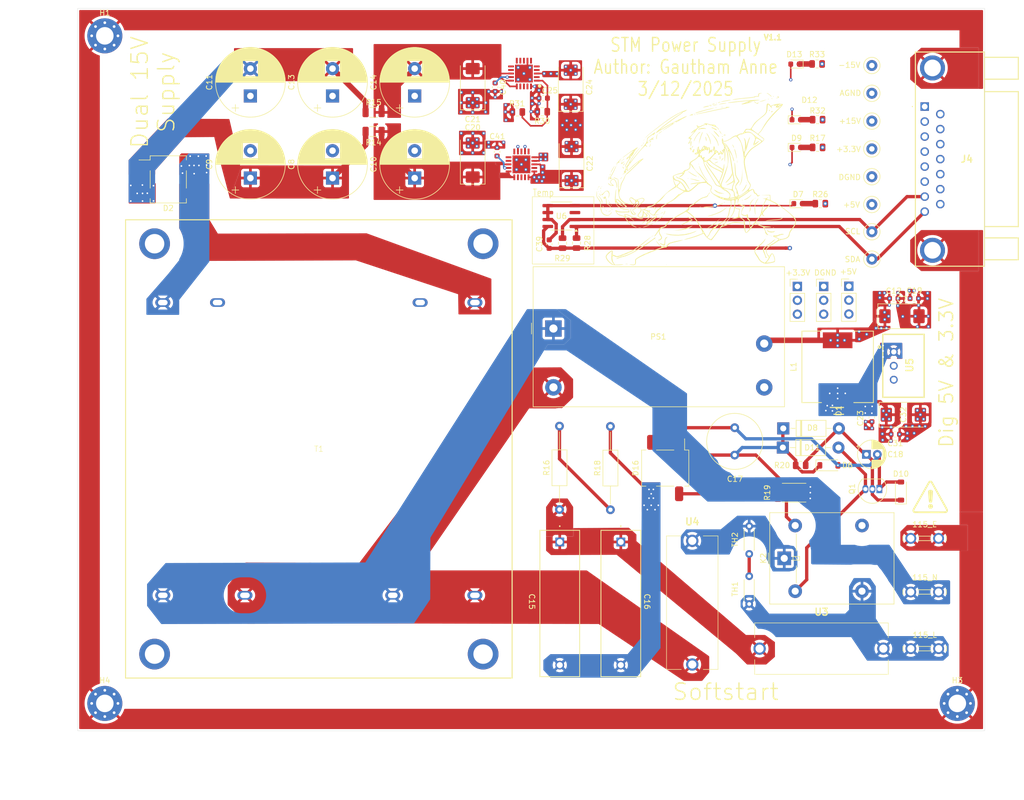
<source format=kicad_pcb>
(kicad_pcb (version 20241229) (generator "pcbnew") (generator_version "9.0")
  (layers (0 "F.Cu" signal) (4 "In1.Cu" signal) (6 "In2.Cu" signal) (2 "B.Cu" signal) (13 "F.Paste" user) (15 "B.Paste" user) (5 "F.SilkS" user "F.Silkscreen") (7 "B.SilkS" user "B.Silkscreen") (1 "F.Mask" user) (3 "B.Mask" user) (25 "Edge.Cuts" user))
  (net 0 "")
  (net 1 "/digital_5V")
  (net 2 "/digital_gnd")
  (net 3 "Net-(D2-+)")
  (net 4 "/analog{slash}piezo_gnd")
  (net 5 "/regulation/unreg+")
  (net 6 "Net-(D2--)")
  (net 7 "/regulation/unreg-")
  (net 8 "Net-(C15-Pad2)")
  (net 9 "Net-(C15-Pad1)")
  (net 10 "Net-(D11-K)")
  (net 11 "Net-(D10-A)")
  (net 12 "Net-(D10-K)")
  (net 13 "/digital_3V3")
  (net 14 "Net-(IC2-OUT_1)")
  (net 15 "/analog_15V")
  (net 16 "Net-(IC2-NR{slash}SS)")
  (net 17 "/analog_-15V")
  (net 18 "/Sec1+")
  (net 19 "/Sec2-")
  (net 20 "Net-(D7-A)")
  (net 21 "Net-(D9-A)")
  (net 22 "Net-(D11-A)")
  (net 24 "Net-(D16-Pad4)")
  (net 26 "/115_L")
  (net 28 "/Ctrl_OUT")
  (net 29 "/115_N")
  (net 30 "Net-(PS1-AC{slash}L)")
  (net 31 "Net-(R16-Pad2)")
  (net 32 "Net-(TH1-Pad2)")
  (net 33 "/115_E")
  (net 35 "/SDA")
  (net 36 "/SCL")
  (net 43 "Net-(IC1-NR)")
  (net 48 "Net-(D1-K)")
  (net 59 "Net-(D12-A)")
  (net 60 "Net-(D13-K)")
  (footprint "TestPoint:TestPoint_Loop_D1.80mm_Drill1.0mm_Beaded" (layer "F.Cu") (at 201.44 31.52 180)
    (property "Reference" "TP1" (hide yes))
    (property "Value" "TestPoint")
  )
  (footprint "B5819WSL-TP:SODFL2512X90N" (layer "F.Cu") (at 195.39 94.64)
    (property "Reference" "D1")
    (property "Value" "B5819WSL-TP" (hide yes))
  )
  (footprint "LittleFuseHolder5x20mm:0PTF0078P" (layer "F.Cu") (at 192.24 138.09 180)
    (property "Reference" "U3")
    (property "Value" "Fuse, 1A" (hide yes))
  )
  (footprint "B250SA_SLIM:P20_SO-DIL-Slim" (layer "F.Cu") (at 166.24 100.39 -90)
    (property "Reference" "D16")
    (property "Value" "B250S2A")
  )
  (footprint "Capacitor_Tantalum_SMD:CP_EIA-7343-31_Kemet-D" (layer "F.Cu") (at 206.94 77.34)
    (property "Reference" "C7")
    (property "Value" "10u")
  )
  (footprint "Capacitor_SMD:C_0603_1608Metric" (layer "F.Cu") (at 142.514999 64.164999 90)
    (property "Reference" "C39")
    (property "Value" "0.1u")
  )
  (footprint "TestPoint:TestPoint_Loop_D1.80mm_Drill1.0mm_Beaded" (layer "F.Cu") (at 201.44 36.6 180)
    (property "Reference" "TP2" (hide yes))
    (property "Value" "TestPoint" (hide yes))
  )
  (footprint "LED_SMD:LED_0603_1608Metric" (layer "F.Cu") (at 187.415 31.265 180)
    (property "Reference" "D13")
    (property "Value" "LED_Small")
  )
  (footprint "Diode_SMD:D_SOD-123" (layer "F.Cu") (at 193.59 104.59)
    (property "Reference" "D6")
    (property "Value" "24V")
  )
  (footprint "Resistor_SMD:R_0805_2012Metric" (layer "F.Cu") (at 144.944999 63.984999 90)
    (property "Reference" "R29")
    (property "Value" "2.7k")
  )
  (footprint "Capacitor_Tantalum_SMD:CP_EIA-7343-31_Kemet-D" (layer "F.Cu") (at 128.54 35.2025 90)
    (property "Reference" "C21")
    (property "Value" "10u")
  )
  (footprint "Capacitor_SMD:C_0603_1608Metric" (layer "F.Cu") (at 205.715 98.915)
    (property "Reference" "C31")
    (property "Value" "4.7u")
  )
  (footprint "Package_SO:SOIC-8_3.9x4.9mm_P1.27mm" (layer "F.Cu") (at 144.734999 59.034999 180)
    (property "Reference" "U6")
    (property "Value" "LM75C")
  )
  (footprint "TestPoint:TestPoint_Loop_D1.80mm_Drill1.0mm_Beaded" (layer "F.Cu") (at 201.44 51.84 180)
    (property "Reference" "TP5" (hide yes))
    (property "Value" "TestPoint")
  )
  (footprint "Diode_SMD:D_SOD-123" (layer "F.Cu") (at 206.74 109.29 90)
    (property "Reference" "D10")
    (property "Value" "12V")
  )
  (footprint "57457826:57457826" (layer "F.Cu") (at 211.095 39.026 90)
    (property "Reference" "J4")
    (property "Value" "5745782-6" (hide yes))
  )
  (footprint "Resistor_SMD:R_1206_3216Metric" (layer "F.Cu") (at 110.44 43.59)
    (property "Reference" "R14")
    (property "Value" "10")
  )
  (footprint "Capacitor_THT:C_Radial_D10.0mm_H12.5mm_P5.00mm" (layer "F.Cu") (at 176.39 102.715 90)
    (property "Reference" "C17")
    (property "Value" "100u")
  )
  (footprint "Resistor_SMD:R_0805_2012Metric" (layer "F.Cu") (at 188.44 104.59 180)
    (property "Reference" "R20")
    (property "Value" "56k")
  )
  (footprint "Capacitor_SMD:C_0603_1608Metric" (layer "F.Cu") (at 205.44 74.09)
    (property "Reference" "C12")
    (property "Value" "4.7u")
  )
  (footprint "Resistor_SMD:R_0805_2012Metric" (layer "F.Cu") (at 191.5275 41.415 180)
    (property "Reference" "R32")
    (property "Value" "1k")
  )
  (footprint "1287:KEYSTONE_1287" (layer "F.Cu") (at 211.08 127.74 180)
    (property "Reference" "J9" (hide yes))
    (property "Value" "1287")
  )
  (footprint "1287:KEYSTONE_1287" (layer "F.Cu") (at 211.09 117.94)
    (property "Reference" "J8" (hide yes))
    (property "Value" "1287")
  )
  (footprint "Capacitor_SMD:C_0603_1608Metric" (layer "F.Cu") (at 141.415 37.49)
    (property "Reference" "C25")
    (property "Value" "10n")
  )
  (footprint "Capacitor_Tantalum_SMD:CP_EIA-7343-31_Kemet-D" (layer "F.Cu") (at 146.44 35.49 90)
    (property "Reference" "C24")
    (property "Value" "47u")
  )
  (footprint "Connector_PinHeader_2.54mm:PinHeader_1x03_P2.54mm_Vertical" (layer "F.Cu") (at 192.64 71.89)
    (property "Reference" "J3" (hide yes))
    (property "Value" "Conn_01x03_Pin")
  )
  (footprint "Capacitor_THT:CP_Radial_D12.5mm_P5.00mm_+Better" (layer "F.Cu") (at 117.94 52.09 90)
    (property "Reference" "C10")
    (property "Value" "1000u")
  )
  (footprint "Diode_THT:D_DO-41_SOD81_P10.16mm_Horizontal" (layer "F.Cu") (at 185.26 97.84)
    (property "Reference" "D8")
    (property "Value" "1N4001")
  )
  (footprint "Converter_ACDC:Converter_ACDC_MeanWell_IRM-10-xx_THT" (layer "F.Cu") (at 143.2825 79.59)
    (property "Reference" "PS1")
    (property "Value" "IRM-10-5")
  )
  (footprint "Resistor_THT:R_Axial_DIN0204_L3.6mm_D1.6mm_P5.08mm_Horizontal" (layer "F.Cu") (at 179.04 129.93 90)
    (property "Reference" "TH1")
    (property "Value" "10")
  )
  (footprint "TPS7A3301RGWR:QFN65P500X500X100-21N-D" (layer "F.Cu") (at 137.89 32.99 180)
    (property "Reference" "IC2" (hide yes))
    (property "Value" "TPS7A3301RGWR" (hide yes))
  )
  (footprint "SRR1280_3R3Y:IND_BOURNS_SRR1280" (layer "F.Cu") (at 195.19 86.59 -90)
    (property "Reference" "L1")
    (property "Value" "3.3u")
  )
  (footprint "TestPoint:TestPoint_Loop_D1.80mm_Drill1.0mm_Beaded" (layer "F.Cu") (at 201.44 56.92 180)
    (property "Reference" "TP6" (hide yes))
    (property "Value" "TestPoint")
  )
  (footprint "Capacitor_THT:CP_Radial_D12.5mm_P5.00mm_+Better" (layer "F.Cu") (at 87.94 37.09 90)
    (property "Reference" "C11")
    (property "Value" "1500u")
  )
  (footprint "Resistor_SMD:R_0805_2012Metric" (layer "F.Cu") (at 191.44 31.24)
    (property "Reference" "R33")
    (property "Value" "1k")
  )
  (footprint "Resistor_SMD:R_0805_2012Metric" (layer "F.Cu") (at 147.504999 63.974999 90)
    (property "Reference" "R28")
    (property "Value" "2.7k")
  )
  (footprint "Package_TO_SOT_THT:TO-92_Inline" (layer "F.Cu") (at 202.81 108.93 180)
    (property "Reference" "Q1")
    (property "Value" "2N7000")
  )
  (footprint "Capacitor_SMD:C_0603_1608Metric" (layer "F.Cu") (at 132.64 35.49 -90)
    (property "Reference" "C40")
    (property "Value" "1u")
  )
  (footprint "LOGO" (layer "F.Cu") (at 167.721344 52.288146)
    (property "Reference" "G***" (hide yes))
    (property "Value" "LOGO" (hide yes))
  )
  (footprint "TestPoint:TestPoint_Loop_D1.80mm_Drill1.0mm_Beaded" (layer "F.Cu") (at 201.44 41.68 180)
    (property "Reference" "TP3" (hide yes))
    (property "Value" "TestPoint")
  )
  (footprint "LOGO" (layer "F.Cu") (at 212.1 110.35)
    (property "Reference" "G***" (hide yes))
    (property "Value" "LOGO" (hide yes))
  )
  (footprint "Capacitor_THT:CP_Radial_D12.5mm_P5.00mm_+Better" (layer "F.Cu") (at 117.94 37.09 90)
    (property "Reference" "C14")
    (property "Value" "1000u")
  )
  (footprint "Capacitor_THT:CP_Radial_D5.0mm_P2.00mm" (layer "F.Cu") (at 200.44 102.59)
    (property "Reference" "C18")
    (property "Value" "10u")
  )
  (footprint "Resistor_THT:R_Axial_DIN0207_L6.3mm_D2.5mm_P15.24mm_Horizontal" (layer "F.Cu") (at 144.39 112.66 90)
    (property "Reference" "R16")
    (property "Value" "470k")
  )
  (footprint "Resistor_SMD:R_0805_2012Metric" (layer "F.Cu") (at 191.5275 46.49 180)
    (property "Reference" "R17")
    (property "Value" "100")
  )
  (footprint "Capacitor_Tantalum_SMD:CP_EIA-7343-31_Kemet-D" (layer "F.Cu") (at 128.54 48.79 90)
    (property "Reference" "C20")
    (property "Value" "10u")
  )
  (footprint "LED_SMD:LED_0603_1608Metric" (layer "F.Cu") (at 187.6525 41.44)
    (property "Reference" "D12")
    (property "Value" "LED_Small")
  )
  (footprint "Capacitor_SMD:C_0603_1608Metric" (layer "F.Cu") (at 201.44 95.84 -90)
    (property "Reference" "C23")
    (property "Value" "4.7u")
  )
  (footprint "Resistor_SMD:R_2512_6332Metric" (layer "F.Cu") (at 187.24 109.59 180)
    (property "Reference" "R19")
    (property "Value" "220/1W")
  )
  (footprint "Capacitor_THT:CP_Radial_D12.5mm_P5.00mm_+Better" (layer "F.Cu") (at 102.94 37.09 90)
    (property "Reference" "C13")
    (property "Value" "1500u")
  )
  (footprint "TSR-0.5-2433:TSR-0.5-2433" (layer "F.Cu") (at 203.44 80.6515 -90)
    (property "Reference" "U5")
    (property "Value" "traco_TSR_0.5-2433" (hide yes))
  )
  (footprint "Resistor_THT:R_Axial_DIN0207_L6.3mm_D2.5mm_P15.24mm_Horizontal" (layer "F.Cu") (at 153.69 112.71 90)
    (property "Reference" "R18")
    (property "Value" "470k")
  )
  (footprint "LED_SMD:LED_0603_1608Metric" (layer "F.Cu") (at 187.9775 56.765)
    (property "Reference" "D7")
    (property "Value" "LED_Small")
  )
  (footprint "Capacitor_Tantalum_SMD:CP_EIA-7343-31_Kemet-D" (layer "F.Cu") (at 146.59 49.44 90)
    (property "Reference" "C22")
    (property "Value" "47u")
  )
  (footprint "Resistor_SMD:R_0805_2012Metric" (layer "F.Cu") (at 141.24 39.965 180)
    (property "Reference" "R30")
    (property "Value" "1.24M")
  )
  (footprint "Connector_PinHeader_2.54mm:PinHeader_1x03_P2.54mm_Vertical" (layer "F.Cu") (at 197.24 71.865)
    (property "Reference" "J2" (hide yes))
    (property "Value" "Conn_01x03_Pin")
  )
  (footprint "MountingHole:MountingHole_3.2mm_M3_Pad_Via" (layer "F.Cu") (at 61.35 26.1)
    (property "Reference" "H1")
    (property "Value" "MountingHole_Pad")
  )
  (footprint "Capacitor_THT:CP_Radial_D12.5mm_P5.00mm_+Better" (layer "F.Cu") (at 102.94 52.09 90)
    (property "Reference" "C8")
    (property "Value" "1500u")
  )
  (footprint "Resistor_SMD:R_1206_3216Metric" (layer "F.Cu") (at 110.44 40.09)
    (property "Reference" "R15")
    (property "Value" "10")
  )
  (footprint "Resistor_SMD:R_0805_2012Metric" (layer "F.Cu") (at 136.69 40.015)
    (property "Reference" "R31")
    (property "Value" "105k")
  )
  (footprint "X2_470n:CAP_R46KN347000N0M_KEM" (layer "F.Cu") (at 155.59 118.5956 -90)
    (property "Reference" "C16")
    (property "Value" "470n")
  )
  (footprint "Relay_THT:Relay_SPDT_Omron-G5LE-1" (layer "F.Cu") (at 185.44 121.59 90)
    (property "Reference" "K2")
    (property "Value" "G5LE-1")
  )
  (footprint "Capacitor_THT:CP_Radial_D12.5mm_P5.00mm_+Better" (layer "F.Cu") (at 87.94 52.09 90)
    (property "Reference" "C9")
    (property "Value" "1500u")
  )
  (footprint "TestPoint:TestPoint_Loop_D1.80mm_Drill1.0mm_Beaded" (layer "F.Cu") (at 201.447 61.903 180)
    (property "Reference" "TP7" (hide yes))
    (property "Value" "TestPoint")
  )
  (footprint "TestPoint:TestPoint_Loop_D1.80mm_Drill1.0mm_Beaded" (layer "F.Cu") (at 201.447 66.903 180)
    (property "Reference" "TP8" (hide yes))
    (property "Value" "TestPoint")
  )
  (footprint "Resistor_THT:R_Axial_DIN0204_L3.6mm_D1.6mm_P5.08mm_Horizontal" (layer "F.Cu") (at 179.04 120.78 90)
    (property "Reference" "TH2")
    (property "Value" "10")
  )
  (footprint "X2_470n:CAP_R46KN347000N0M_KEM" (layer "F.Cu") (at 144.44 118.5956 -90)
    (property "Reference" "C15")
    (property "Value" "470n")
  )
  (footprint "B250SA_SLIM:P20_SO-DIL-Slim" (layer "F.Cu") (at 68.24 49.79)
    (property "Reference" "D2")
    (property "Value" "B250S2A")
  )
  (footprint "LED_SMD:LED_0603_1608Metric" (layer "F.Cu") (at 187.6525 46.49)
    (property "Reference" "D9")
    (property "Value" "LED_Small")
  )
  (footprint "FLN_40_18:FLN_40_18" (layer "F.Cu") (at 100.44 101.59)
    (property "Reference" "T1")
    (property "Value" "~")
  )
  (footprint "LittleFuseHolder5x20mm:0PTF0078P" (layer "F.Cu") (at 168.64 129.69 -90)
    (property "Reference" "U4")
    (property "Value" "Fuse, 5A" (hide yes))
  )
  (footprint "TestPoint:TestPoint_Loop_D1.80mm_Drill1.0mm_Beaded" (layer "F.Cu") (at 201.44 46.76 180)
    (property "Reference" "TP4" (hide yes))
    (property "Value" "TestPoint")
  )
  (footprint "Connector_PinHeader_2.54mm:PinHeader_1x03_P2.54mm_Vertical" (layer "F.Cu") (at 187.84 71.89)
    (property "Reference" "J1" (hide yes))
    (property "Value" "Conn_01x03_Pin")
  )
  (footprint "MountingHole:MountingHole_3.2mm_M3_Pad_Via" (layer "F.Cu") (at 61.35 148.1)
    (property "Reference" "H4")
    (property "Value" "MountingHole_Pad")
  )
  (footprint "TPS7A4700RGWR:QFN65P500X500X100-21N-D" (layer "F.Cu") (at 137.44 49.59 180)
    (property "Reference" "IC1" (hide yes))
    (property "Value" "TPS7A4700RGWR" (hide yes))
  )
  (footprint "Capacitor_SMD:C_0603_1608Metric" (layer "F.Cu") (at 209.19 74.09)
    (property "Reference" "C19")
    (property "Value" "4.7u")
  )
  (footprint "Resistor_SMD:R_0805_2012Metric" (layer "F.Cu") (at 192.0275 56.765 180)
    (property "Reference" "R26")
    (property "Value" "100")
  )
  (footprint "MountingHole:MountingHole_3.2mm_M3_Pad_Via" (layer "F.Cu") (at 217.05 148.1)
    (property "Reference" "H3")
    (property "Value" "MountingHole_Pad")
  )
  (footprint "Diode_THT:D_DO-41_SOD81_P10.16mm_Horizontal" (layer "F.Cu") (at 185.185 101.34)
    (property "Reference" "D11")
    (property "Value" "1N4001")
  )
  (footprint "Capacitor_SMD:C_0603_1608Metric" (layer "F.Cu") (at 132.99 47.29 90)
    (property "Reference" "C41")
    (property "Value" "1u")
  )
  (footprint "Capacitor_Tantalum_SMD:CP_EIA-7343-31_Kemet-D" (layer "F.Cu") (at 207.19 95.34)
    (property "Reference" "C32")
    (property "Value" "10u")
  )
  (footprint "1287:KEYSTONE_1287" (layer "F.Cu") (at 211.1 138.09)
    (property "Reference" "J7" (hide yes))
    (property "Value" "1287")
  )
  (gr_rect (start 139.424999 55.504999) (end 150.674999 67.804999) (stroke (width 0.1)) (fill no) (layer "F.SilkS"))
  (gr_rect (start 56.37 21.09) (end 222.05 153.09) (stroke (width 0.05)) (fill no) (layer "Edge.Cuts"))
  (gr_text "Temp" (at 139.424999 55.504999 0) (layer "F.SilkS") (effects (font (size 1.25 1) (thickness 0.125) (bold yes)) (justify left bottom)))
  (gr_text "SDA" (at 197.915 66.94 0) (layer "F.SilkS") (effects (font (size 1 1))))
  (gr_text "Softstart" (at 174.74 145.99 0) (layer "F.SilkS") (effects (font (size 3 3) (thickness 0.254))))
  (gr_text "+15V" (at 197.44 41.665 0) (layer "F.SilkS") (effects (font (size 1 1))))
  (gr_text "SCL" (at 197.94 61.84 0) (layer "F.SilkS") (effects (font (size 1 1))))
  (gr_text "115_L" (at 211.1 135.59 0) (layer "F.SilkS") (effects (font (size 1 1))))
  (gr_text "V1.1" (at 183.34 26.39 0) (layer "F.SilkS") (effects (font (size 1 1) (thickness 0.25))))
  (gr_text "Dig 5V & 3.3V\n" (at 215.04 87.665 90) (layer "F.SilkS") (effects (font (size 2.5 2.5) (thickness 0.254))))
  (gr_text "DGND" (at 197.39 51.94 0) (layer "F.SilkS") (effects (font (size 1 1))))
  (gr_text "-15V" (at 197.34 31.44 0) (layer "F.SilkS") (effects (font (size 1 1))))
  (gr_text "STM Power Supply\nAuthor: Gautham Anne\n3/12/2025\n\n" (at 167.44 33.79 0) (layer "F.SilkS") (effects (font (size 2.5 2) (thickness 0.254))))
  (gr_text "Dual 15V\nSupply" (at 70.15 36.4 90) (layer "F.SilkS") (effects (font (size 3 3) (thickness 0.254))))
  (gr_text "DGND" (at 192.94 69.39 0) (layer "F.SilkS") (effects (font (size 1 1))))
  (gr_text "115_E" (at 211.09 115.39 0) (layer "F.SilkS") (effects (font (size 1 1))))
  (gr_text "115_N" (at 211.14 125.09 0) (layer "F.SilkS") (effects (font (size 1 1))))
  (gr_text "AGND" (at 197.515 36.565 0) (layer "F.SilkS") (effects (font (size 1 1))))
  (gr_text "+5V" (at 197.14 69.19 0) (layer "F.SilkS") (effects (font (size 1 1))))
  (gr_text "+3.3V" (at 197.19 46.815 0) (layer "F.SilkS") (effects (font (size 1 1))))
  (gr_text "+5V" (at 197.74 56.965 0) (layer "F.SilkS") (effects (font (size 1 1))))
  (gr_text "+3.3V" (at 187.94 69.39 0) (layer "F.SilkS") (effects (font (size 1 1))))
  (segment (start 182.3825 81.74) (end 195.1886 81.74) (width 1) (layer "F.Cu") (net 1))
  (segment (start 181.7825 82.34) (end 182.3825 81.74) (width 1) (layer "F.Cu") (net 1))
  (segment (start 195.1886 81.74) (end 195.19 81.7386) (width 1) (layer "F.Cu") (net 1))
  (via (at 209.115 72.665) (size 0.6) (drill 0.3) (layers "F.Cu" "B.Cu") (net 1))
  (via (at 204.64 75.29) (size 0.6) (drill 0.3) (layers "F.Cu" "B.Cu") (net 1))
  (via (at 202.89 73.09) (size 0.6) (drill 0.3) (layers "F.Cu" "B.Cu") (net 1))
  (via (at 193.915 81.74) (size 0.6) (drill 0.3) (layers "F.Cu" "B.Cu") (net 1))
  (via (at 196.44 81.74) (size 0.6) (drill 0.3) (layers "F.Cu" "B.Cu") (net 1))
  (via (at 203.765 76.615) (size 0.6) (drill 0.3) (layers "F.Cu" "B.Cu") (net 1))
  (via (at 204.49 77.34) (size 0.6) (drill 0.3) (layers "F.Cu" "B.Cu") (net 1))
  (via (at 202.89 73.94) (size 0.6) (drill 0.3) (layers "F.Cu" "B.Cu") (net 1))
  (via (at 199.115 80.14) (size 0.6) (drill 0.3) (layers "F.Cu" "B.Cu") (net 1))
  (via (at 199.14 81.54) (size 0.6) (drill 0.3) (layers "F.Cu" "B.Cu") (net 1))
  (via (at 195.19 81.7386) (size 0.6) (drill 0.3) (layers "F.Cu" "B.Cu") (net 1))
  (via (at 203.15 79.53) (size 0.6) (drill 0.3) (layers "F.Cu" "B.Cu") (net 1))
  (via (at 204.1 79.51) (size 0.6) (drill 0.3) (layers "F.Cu" "B.Cu") (net 1))
  (via (at 202.2 79.52) (size 0.6) (drill 0.3) (layers "F.Cu" "B.Cu") (net 1))
  (via (at 203.74 73.09) (size 0.6) (drill 0.3) (layers "F.Cu" "B.Cu") (net 1))
  (via (at 195.19 82.74) (size 0.6) (drill 0.3) (layers "F.Cu" "B.Cu") (net 1))
  (via (at 195.19 80.79) (size 0.6) (drill 0.3) (layers "F.Cu" "B.Cu") (net 1))
  (via (at 203.79 77.94) (size 0.6) (drill 0.3) (layers "F.Cu" "B.Cu") (net 1))
  (via (at 192.94 56.765) (size 0.8) (drill 0.4) (layers "F.Cu" "B.Cu") (net 1))
  (via (at 204.665 74.09) (size 0.6) (drill 0.3) (layers "F.Cu" "B.Cu") (net 1))
  (via (at 208.265 72.665) (size 0.6) (drill 0.3) (layers "F.Cu" "B.Cu") (net 1))
  (via (at 208.415 74.09) (size 0.6) (drill 0.3) (layers "F.Cu" "B.Cu") (net 1))
  (via (at 200.49 80.64) (size 0.6) (drill 0.3) (layers "F.Cu" "B.Cu") (net 1))
  (segment (start 142.259999 57.129999) (end 142.259999 59.669999) (width 0.6) (layer "F.Cu") (net 2))
  (segment (start 143.785999 62.118999) (end 143.785999 60.495477) (width 0.6) (layer "F.Cu") (net 2))
  (segment (start 172.785002 57.14) (end 186.815 57.14) (width 0.3) (layer "F.Cu") (net 2))
  (segment (start 172.775001 57.129999) (end 147.209999 57.129999) (width 0.6) (layer "F.Cu") (net 2))
  (segment (start 147.209999 57.129999) (end 142.259999 57.129999) (width 0.6) (layer "F.Cu") (net 2))
  (segment (start 142.960521 59.669999) (end 142.259999 59.669999) (width 0.6) (layer "F.Cu") (net 2))
  (segment (start 186.865 49.24) (end 186.865 46.49) (width 0.3) (layer "F.Cu") (net 2))
  (segment (start 143.785999 60.495477) (end 142.960521 59.669999) (width 0.6) (layer "F.Cu") (net 2))
  (segment (start 172.775001 57.129999) (end 172.785002 57.14) (width 0.3) (layer "F.Cu") (net 2))
  (segment (start 142.514999 63.389999) (end 143.785999 62.118999) (width 0.6) (layer "F.Cu") (net 2))
  (segment (start 186.49 49.615) (end 186.865 49.24) (width 0.3) (layer "F.Cu") (net 2))
  (segment (start 186.815 57.14) (end 187.19 56.765) (width 0.3) (layer "F.Cu") (net 2))
  (via (at 210.89 96.14) (size 0.6) (drill 0.3) (layers "F.Cu" "B.Cu") (net 2))
  (via (at 209.79 96.14) (size 0.6) (drill 0.3) (layers "F.Cu" "B.Cu") (net 2))
  (via (at 206.215 74.09) (size 0.6) (drill 0.3) (layers "F.Cu" "B.Cu") (net 2))
  (via (at 211.165 97.465) (size 0.6) (drill 0.3) (layers "F.Cu" "B.Cu") (net 2))
  (via (at 210.94 94.54) (size 0.6) (drill 0.3) (layers "F.Cu" "B.Cu") (net 2))
  (via (at 206.215 73.065) (size 0.6) (drill 0.3) (layers "F.Cu" "B.Cu") (net 2))
  (via (at 172.775001 57.129999) (size 0.8) (drill 0.4) (layers "F.Cu" "B.Cu") (net 2))
  (via (at 211.59 74.115) (size 0.6) (drill 0.3) (layers "F.Cu" "B.Cu") (net 2))
  (via (at 206.19 75.415) (size 0.6) (drill 0.3) (layers "F.Cu" "B.Cu") (net 2))
  (via (at 209.965 75.34) (size 0.6) (drill 0.3) (layers "F.Cu" "B.Cu") (net 2))
  (via (at 211.74 77.34) (size 0.6) (drill 0.3) (layers "F.Cu" "B.Cu") (net 2))
  (via (at 207.915 99.69) (size 0.6) (drill 0.3) (layers "F.Cu" "B.Cu") (net 2))
  (via (at 210.3025 95.34) (size 0.6) (drill 0.3) (layers "F.Cu" "B.Cu") (net 2))
  (via (at 200.34 97.715) (size 0.6) (drill 0.3) (layers "F.Cu" "B.Cu") (net 2))
  (via (at 210.115 97.465) (size 0.6) (drill 0.3) (layers "F.Cu" "B.Cu") (net 2))
  (via (at 211.615 73.115) (size 0.6) (drill 0.3) (layers "F.Cu" "B.Cu") (net 2))
  (via (at 208.865 97.465) (size 0.6) (drill 0.3) (layers "F.Cu" "B.Cu") (net 2))
  (via (at 206.49 98.915) (size 0.6) (drill 0.3) (layers "F.Cu" "B.Cu") (net 2))
  (via (at 186.49 49.615) (size 0.6) (drill 0.3) (layers "F.Cu" "B.Cu") (net 2))
  (via (at 209.74 94.54) (size 0.6) (drill 0.3) (layers "F.Cu" "B.Cu") (net 2))
  (via (at 200.315 96.615) (size 0.6) (drill 0.3) (layers "F.Cu" "B.Cu") (net 2))
  (via (at 207.915 98.715) (size 0.6) (drill 0.3) (layers "F.Cu" "B.Cu") (net 2))
  (via (at 211.765 79.24) (size 0.6) (drill 0.3) (layers "F.Cu" "B.Cu") (net 2))
  (via (at 201.465 97.815) (size 0.6) (drill 0.3) (layers "F.Cu" "B.Cu") (net 2))
  (via (at 209.765 79.265) (size 0.6) (drill 0.3) (layers "F.Cu" "B.Cu") (net 2))
  (via (at 207.09 77.39) (size 0.6) (drill 0.3) (layers "F.Cu" "B.Cu") (net 2))
  (via (at 201.44 96.615) (size 0.6) (drill 0.3) (layers "F.Cu" "B.Cu") (net 2))
  (via (at 207.69 97.465) (size 0.6) (drill 0.3) (layers "F.Cu" "B.Cu") (net 2))
  (via (at 209.39 77.34) (size 0.6) (drill 0.3) (layers "F.Cu" "B.Cu") (net 2))
  (via (at 209.965 74.09) (size 0.6) (drill 0.3) (layers "F.Cu" "B.Cu") (net 2))
  (via (at 209.165 98.715) (size 0.6) (drill 0.3) (layers "F.Cu" "B.Cu") (net 2))
  (segment (start 108.9775 46.0525) (end 102.94 52.09) (width 1) (layer "F.Cu") (net 3))
  (segment (start 108.9775 43.59) (end 108.9775 46.0525) (width 1) (layer "F.Cu") (net 3))
  (segment (start 138.54 32.34) (end 137.89 32.99) (width 0.3) (layer "F.Cu") (net 4))
  (segment (start 138.54 30.64) (end 138.54 32.34) (width 0.3) (layer "F.Cu") (net 4))
  (segment (start 138.09 48.94) (end 137.44 49.59) (width 0.3) (layer "F.Cu") (net 4))
  (segment (start 139.79 48.94) (end 140.69 48.94) (width 0.3) (layer "F.Cu") (net 4))
  (segment (start 136.79 47.24) (end 136.79 46.34) (width 0.3) (layer "F.Cu") (net 4))
  (segment (start 138.09 47.24) (end 138.09 46.34) (width 0.3) (layer "F.Cu") (net 4))
  (segment (start 140.64 48.29) (end 140.99 48.64) (width 0.3) (layer "F.Cu") (net 4))
  (segment (start 139.79 48.29) (end 140.64 48.29) (width 0.3) (layer "F.Cu") (net 4))
  (segment (start 140.69 48.94) (end 140.99 48.64) (width 0.3) (layer "F.Cu") (net 4))
  (segment (start 186.865 39.515) (end 186.865 41.44) (width 0.3) (layer "F.Cu") (net 4))
  (segment (start 186.6275 34.1275) (end 186.6275 31.265) (width 0.3) (layer "F.Cu") (net 4))
  (segment (start 137.44 49.59) (end 136.79 48.94) (width 0.3) (layer "F.Cu") (net 4))
  (via (at 137.44 49.59) (size 0.6) (drill 0.3) (layers "F.Cu" "B.Cu") (net 4))
  (via (at 138.24 50.54) (size 0.6) (drill 0.3) (layers "F.Cu" "B.Cu") (net 4))
  (via (at 129.29 45.09) (size 0.6) (drill 0.3) (layers "F.Cu" "B.Cu") (net 4))
  (via (at 128.570772 43.89) (size 0.6) (drill 0.3) (layers "F.Cu" "B.Cu") (net 4))
  (via (at 186.865 39.515) (size 0.6) (drill 0.3) (layers "F.Cu" "B.Cu") (net 4))
  (via (at 140.99 47.84) (size 0.6) (drill 0.3) (layers "F.Cu" "B.Cu") (net 4))
  (via (at 134.515 39.99) (size 0.6) (drill 0.3) (layers "F.Cu" "B.Cu") (net 4))
  (via (at 135.79 40.015) (size 0.6) (drill 0.3) (layers "F.Cu" "B.Cu") (net 4))
  (via (at 128.54 47.49) (size 0.6) (drill 0.3) (layers "F.Cu" "B.Cu") (net 4))
  (via (at 147.49 46.99) (size 0.6) (drill 0.3) (layers "F.Cu" "B.Cu") (net 4))
  (via (at 136.84 31.89) (size 0.6) (drill 0.3) (layers "F.Cu" "B.Cu") (net 4))
  (via (at 147.49 45.64) (size 0.6) (drill 0.3) (layers "F.Cu" "B.Cu") (net 4))
  (via (at 138.99 34.09) (size 0.6) (drill 0.3) (layers "F.Cu" "B.Cu") (net 4))
  (via (at 146.44 38.6025) (size 0.6) (drill 0.3) (layers "F.Cu" "B.Cu") (net 4))
  (via (at 126.44 43.89) (size 0.6) (drill 0.3) (layers "F.Cu" "B.Cu") (net 4))
  (via (at 134.165 45.565) (size 0.6) (drill 0.3) (layers "F.Cu" "B.Cu") (net 4))
  (via (at 138.09 46.34) (size 0.6) (drill 0.3) (layers "F.Cu" "B.Cu") (net 4))
  (via (at 134.615 41.49) (size 0.6) (drill 0.3) (layers "F.Cu" "B.Cu") (net 4))
  (via (at 126.411511 40.04296) (size 0.6) (drill 0.3) (layers "F.Cu" "B.Cu") (net 4))
  (via (at 127.715 45.115) (size 0.6) (drill 0.3) (layers "F.Cu" "B.Cu") (net 4))
  (via (at 127.84 37.69) (size 0.6) (drill 0.3) (layers "F.Cu" "B.Cu") (net 4))
  (via (at 147.29 39.29) (size 0.6) (drill 0.3) (layers "F.Cu" "B.Cu") (net 4))
  (via (at 136.54 50.54) (size 0.6) (drill 0.3) (layers "F.Cu" "B.Cu") (net 4))
  (via (at 136.79 46.34) (size 0.6) (drill 0.3) (layers "F.Cu" "B.Cu") (net 4))
  (via (at 133.765 36.265) (size 0.6) (drill 0.3) (layers "F.Cu" "B.Cu") (net 4))
  (via (at 128.54 38.315) (size 0.6) (drill 0.3) (layers "F.Cu" "B.Cu") (net 4))
  (via (at 138.24 48.74) (size 0.6) (drill 0.3) (layers "F.Cu" "B.Cu") (net 4))
  (via (at 137.89 32.99) (size 0.6) (drill 0.3) (layers "F.Cu" "B.Cu") (net 4))
  (via (at 132.64 37.315) (size 0.6) (drill 0.3) (layers "F.Cu" "B.Cu") (net 4))
  (via (at 131.465 36.265) (size 0.6) (drill 0.3) (layers "F.Cu" "B.Cu") (net 4))
  (via (at 130.54 47.49) (size 0.6) (drill 0.3) (layers "F.Cu" "B.Cu") (net 4))
  (via (at 129.29 46.265) (size 0.6) (drill 0.3) (layers "F.Cu" "B.Cu") (net 4))
  (via (at 129.34 38.89) (size 0.6) (drill 0.3) (layers "F.Cu" "B.Cu") (net 4))
  (via (at 141.84 48.64) (size 0.6) (drill 0.3) (layers "F.Cu" "B.Cu") (net 4))
  (via (at 136.84 34.09) (size 0.6) (drill 0.3) (layers "F.Cu" "B.Cu") (net 4))
  (via (at 145.54 37.94) (size 0.6) (drill 0.3) (layers "F.Cu" "B.Cu") (net 4))
  (via (at 144.93 42.42) (size 0.6) (drill 0.3) (layers "F.Cu" "B.Cu") (net 4))
  (via (at 128.54 45.6775) (size 0.6) (drill 0.3) (layers "F.Cu" "B.Cu") (net 4))
  (via (at 138.99 31.89) (size 0.6) (drill 0.3) (layers "F.Cu" "B.Cu") (net 4))
  (via (at 147.29 37.99) (size 0.6) (drill 0.3) (layers "F.Cu" "B.Cu") (net 4))
  (via (at 145.54 39.29) (size 0.6) (drill 0.3) (layers "F.Cu" "B.Cu") (net 4))
  (via (at 145.69 45.64) (size 0.6) (drill 0.3) (layers "F.Cu" "B.Cu") (net 4))
  (via (at 126.460185 36.437164) (size 0.6) (drill 0.3) (layers "F.Cu" "B.Cu") (net 4))
  (via (at 146.59 46.3275) (size 0.6) (drill 0.3) (layers "F.Cu" "B.Cu") (net 4))
  (via (at 146.505 42.42) (size 0.6) (drill 0.3) (layers "F.Cu" "B.Cu") (net 4))
  (via (at 130.54 43.89) (size 0.6) (drill 0.3) (layers "F.Cu" "B.Cu") (net 4))
  (via (at 145.69 46.99) (size 0.6) (drill 0.3) (layers "F.Cu" "B.Cu") (net 4))
  (via (at 145.71 41.59) (size 0.6) (drill 0.3) (layers "F.Cu" "B.Cu") (net 4))
  (via (at 132.64 36.265) (size 0.6) (drill 0.3) (layers "F.Cu" "B.Cu") (net 4))
  (via (at 140.99 48.64) (size 0.6) (drill 0.3) (layers "F.Cu" "B.Cu") (net 4))
  (via (at 134.565 38.74) (size 0.6) (drill 0.3) (layers "F.Cu" "B.Cu") (net 4))
  (via (at 126.54 47.49) (size 0.6) (drill 0.3) (layers "F.Cu" "B.Cu") (net 4))
  (via (at 131.44 45.59) (size 0.6) (drill 0.3) (layers "F.Cu" "B.Cu") (net 4))
  (via (at 147.33 41.58) (size 0.6) (drill 0.3) (layers "F.Cu" "B.Cu") (net 4))
  (via (at 136.54 48.74) (size 0.6) (drill 0.3) (layers "F.Cu" "B.Cu") (net 4))
  (via (at 186.6275 34.1275) (size 0.6) (drill 0.3) (layers "F.Cu" "B.Cu") (net 4))
  (via (at 126.415 38.315) (size 0.6) (drill 0.3) (layers "F.Cu" "B.Cu") (net 4))
  (via (at 130.887157 40.014208) (size 0.6) (drill 0.3) (layers "F.Cu" "B.Cu") (net 4))
  (via (at 128.54 40.09) (size 0.6) (drill 0.3) (layers "F.Cu" "B.Cu") (net 4))
  (via (at 127.74 46.265) (size 0.6) (drill 0.3) (layers "F.Cu" "B.Cu") (net 4))
  (via (at 130.915 38.315) (size 0.6) (drill 0.3) (layers "F.Cu" "B.Cu") (net 4))
  (via (at 145.72 43.25) (size 0.6) (drill 0.3) (layers "F.Cu" "B.Cu") (net 4))
  (via (at 132.99 46.515) (size 0.6) (drill 0.3) (layers "F.Cu" "B.Cu") (net 4))
  (via (at 127.84 38.89) (size 0.6) (drill 0.3) (layers "F.Cu" "B.Cu") (net 4))
  (via (at 141.84 47.84) (size 0.6) (drill 0.3) (layers "F.Cu" "B.Cu") (net 4))
  (via (at 148.18 42.42) (size 0.6) (drill 0.3) (layers "F.Cu" "B.Cu") (net 4))
  (via (at 128.54 36.44) (size 0.6) (drill 0.3) (layers "F.Cu" "B.Cu") (net 4))
  (via (at 131.465 46.34) (size 0.6) (drill 0.3) (layers "F.Cu" "B.Cu") (net 4))
  (via (at 147.34 43.24) (size 0.6) (drill 0.3) (layers "F.Cu" "B.Cu") (net 4))
  (via (at 129.34 37.69) (size 0.6) (drill 0.3) (layers "F.Cu" "B.Cu") (net 4))
  (segment (start 117.94 52.09) (end 111.9025 46.0525) (width 1) (layer "F.Cu") (net 5))
  (segment (start 135.09 50.89) (end 135.04 50.94) (width 0.3) (layer "F.Cu") (net 5))
  (segment (start 135.09 49.59) (end 133.49 49.59) (width 0.3) (layer "F.Cu") (net 5))
  (segment (start 135.29 51.94) (end 136.14 51.94) (width 0.3) (layer "F.Cu") (net 5))
  (segment (start 135.04 50.94) (end 135.04 51.29) (width 0.3) (layer "F.Cu") (net 5))
  (segment (start 111.9025 46.0525) (end 111.9025 43.59) (width 1) (layer "F.Cu") (net 5))
  (segment (start 133.49 49.59) (end 133.14 49.94) (width 0.3) (layer "F.Cu") (net 5))
  (segment (start 108.9775 38.1275) (end 102.94 32.09) (width 1) (layer "F.Cu") (net 6))
  (segment (start 108.9775 40.09) (end 108.9775 38.1275) (width 1) (layer "F.Cu") (net 6))
  (via (at 68.24 56.29) (size 0.6) (drill 0.3) (layers "F.Cu" "B.Cu") (net 6))
  (via (at 68.24 54.89) (size 0.6) (drill 0.3) (layers "F.Cu" "B.Cu") (net 6))
  (via (at 70.24 53.49) (size 0.6) (drill 0.3) (layers "F.Cu" "B.Cu") (net 6))
  (via (at 66.09 56.29) (size 0.6) (drill 0.3) (layers "F.Cu" "B.Cu") (net 6))
  (via (at 69.115 54.865) (size 0.6) (drill 0.3) (layers "F.Cu" "B.Cu") (net 6))
  (via (at 66.09 53.44) (size 0.6) (drill 0.3) (layers "F.Cu" "B.Cu") (net 6))
  (via (at 68.215 53.365) (size 0.6) (drill 0.3) (layers "F.Cu" "B.Cu") (net 6))
  (via (at 70.24 56.265) (size 0.6) (drill 0.3) (layers "F.Cu" "B.Cu") (net 6))
  (via (at 67.265 54.89) (size 0.6) (drill 0.3) (layers "F.Cu" "B.Cu") (net 6))
  (segment (start 111.9025 40.09) (end 111.9025 38.1275) (width 1) (layer "F.Cu") (net 7))
  (segment (start 135.34 35.34) (end 134.165 34.165) (width 0.3) (layer "F.Cu") (net 7))
  (segment (start 136.59 35.34) (end 135.34 35.34) (width 0.3) (layer "F.Cu") (net 7))
  (segment (start 111.9025 38.1275) (end 117.94 32.09) (width 1) (layer "F.Cu") (net 7))
  (segment (start 133.54 32.99) (end 135.54 32.99) (width 0.3) (layer "F.Cu") (net 7))
  (segment (start 134.29 34.29) (end 134.165 34.165) (width 0.3) (layer "F.Cu") (net 7))
  (segment (start 133.265 33.265) (end 133.54 32.99) (width 0.3) (layer "F.Cu") (net 7))
  (segment (start 135.54 34.29) (end 134.29 34.29) (width 0.3) (layer "F.Cu") (net 7))
  (segment (start 134.165 34.165) (end 133.265 33.265) (width 0.3) (layer "F.Cu") (net 7))
  (segment (start 153.69 102.34) (end 153.69 97.47) (width 0.6) (layer "F.Cu") (net 8))
  (segment (start 161.14 109.79) (end 153.69 102.34) (width 0.6) (layer "F.Cu") (net 8))
  (via (at 160.44 112.69) (size 0.6) (drill 0.3) (layers "F.Cu" "B.Cu") (net 8))
  (via (at 161.84 112.69) (size 0.6) (drill 0.3) (layers "F.Cu" "B.Cu") (net 8))
  (via (at 161.54 110.59) (size 0.6) (drill 0.3) (layers "F.Cu" "B.Cu") (net 8))
  (via (at 161.54 108.99) (size 0.6) (drill 0.3) (layers "F.Cu" "B.Cu") (net 8))
  (via (at 161.14 109.79) (size 0.6) (drill 0.3) (layers "F.Cu" "B.Cu") (net 8))
  (via (at 160.74 108.99) (size 0.6) (drill 0.3) (layers "F.Cu" "B.Cu") (net 8))
  (via (at 161.14 111.89) (size 0.6) (drill 0.3) (layers "F.Cu" "B.Cu") (net 8))
  (via (at 159.84 111.89) (size 0.6) (drill 0.3) (layers "F.Cu" "B.Cu") (net 8))
  (via (at 162.44 111.89) (size 0.6) (drill 0.3) (layers "F.Cu" "B.Cu") (net 8))
  (via (at 160.74 110.59) (size 0.6) (drill 0.3) (layers "F.Cu" "B.Cu") (net 8))
  (segment (start 168.565 102.715) (end 166.24 100.39) (width 0.6) (layer "F.Cu") (net 10))
  (segment (start 185.185 97.915) (end 185.26 97.84) (width 0.6) (layer "F.Cu") (net 10))
  (segment (start 187.44 115.59) (end 185.84 113.99) (width 0.6) (layer "F.Cu") (net 10))
  (segment (start 188.7285 105.791) (end 190.739 105.791) (width 0.6) (layer "F.Cu") (net 10))
  (segment (start 187.5275 104.59) (end 188.7285 105.791) (width 0.6) (layer "F.Cu") (net 10))
  (segment (start 185.185 101.34) (end 185.185 97.915) (width 0.6) (layer "F.Cu") (net 10))
  (segment (start 187.5275 104.59) (end 187.5275 103.6825) (width 0.6) (layer "F.Cu") (net 10))
  (segment (start 187.5275 103.6825) (end 185.185 101.34) (width 0.6) (layer "F.Cu") (net 10))
  (segment (start 176.39 102.715) (end 168.565 102.715) (width 0.6) (layer "F.Cu") (net 10))
  (segment (start 190.739 105.791) (end 191.94 104.59) (width 0.6) (layer "F.Cu") (net 10))
  (segment (start 185.84 113.99) (end 185.84 108.297785) (width 0.6) (layer "F.Cu") (net 10))
  (segment (start 185.84 108.297785) (end 180.257215 102.715) (width 0.6) (layer "F.Cu") (net 10))
  (segment (start 180.257215 102.715) (end 176.39 102.715) (width 0.6) (layer "F.Cu") (net 10))
  (segment (start 177.765 101.34) (end 176.39 102.715) (width 0.6) (layer "B.Cu") (net 10))
  (segment (start 185.185 101.34) (end 177.765 101.34) (width 0.6) (layer "B.Cu") (net 10))
  (segment (start 206.74 107.64) (end 204.1 107.64) (width 0.6) (layer "F.Cu") (net 11))
  (segment (start 202.44 102.59) (end 202.81 102.96) (width 0.6) (layer "F.Cu") (net 11))
  (segment (start 202.81 102.96) (end 202.81 108.93) (width 0.6) (layer "F.Cu") (net 11))
  (segment (start 204.1 107.64) (end 202.81 108.93) (width 0.6) (layer "F.Cu") (net 11))
  (segment (start 176.39 97.715) (end 163.815 97.715) (width 0.6) (layer "F.Cu") (net 11))
  (segment (start 163.815 97.715) (end 161.14 100.39) (width 0.6) (layer "F.Cu") (net 11))
  (via (at 195.24 104.59) (size 0.6) (drill 0.3) (layers "F.Cu" "B.Cu") (net 11))
  (segment (start 202.44 103.192) (end 201.042 104.59) (width 0.6) (layer "B.Cu") (net 11))
  (segment (start 195.24 104.59) (end 190.389 99.739) (width 0.6) (layer "B.Cu") (net 11))
  (segment (start 202.44 102.59) (end 202.44 103.192) (width 0.6) (layer "B.Cu") (net 11))
  (segment (start 190.389 99.739) (end 178.414 99.739) (width 0.6) (layer "B.Cu") (net 11))
  (segment (start 178.414 99.739) (end 176.39 97.715) (width 0.6) (layer "B.Cu") (net 11))
  (segment (start 201.042 104.59) (end 195.24 104.59) (width 0.6) (layer "B.Cu") (net 11))
  (segment (start 189.3525 103.9075) (end 195.42 97.84) (width 0.6) (layer "F.Cu") (net 12))
  (segment (start 201.54 109.937) (end 202.543 110.94) (width 0.6) (layer "F.Cu") (net 12))
  (segment (start 200.17 102.59) (end 195.42 97.84) (width 0.6) (layer "F.Cu") (net 12))
  (segment (start 201.54 108.93) (end 201.54 109.937) (width 0.6) (layer "F.Cu") (net 12))
  (segment (start 189.3525 104.59) (end 189.3525 103.9075) (width 0.6) (layer "F.Cu") (net 12))
  (segment (start 201.54 103.69) (end 200.44 102.59) (width 0.6) (layer "F.Cu") (net 12))
  (segment (start 202.543 110.94) (end 206.74 110.94) (width 0.6) (layer "F.Cu") (net 12))
  (segment (start 201.54 108.93) (end 201.54 103.69) (width 0.6) (layer "F.Cu") (net 12))
  (segment (start 200.44 102.59) (end 200.17 102.59) (width 0.6) (layer "F.Cu") (net 12))
  (segment (start 185.692501 64.887499) (end 147.504999 64.887499) (width 0.6) (layer "F.Cu") (net 13))
  (segment (start 199.666 92.964) (end 202.9765 92.964) (width 0.6) (layer "F.Cu") (net 13))
  (segment (start 185.695002 64.89) (end 185.692501 64.887499) (width 0.6) (layer "F.Cu") (net 13))
  (segment (start 141.488999 61.710999) (end 142.259999 60.939999) (width 0.6) (layer "F.Cu") (net 13))
  (segment (start 186.465 64.89) (end 185.695002 64.89) (width 0.6) (layer "F.Cu") (net 13))
  (segment (start 142.514999 64.939999) (end 142.486335 64.939999) (width 0.6) (layer "F.Cu") (net 13))
  (segment (start 204.0775 94.065) (end 204.0775 95.34) (width 0.6) (layer "F.Cu") (net 13))
  (segment (start 144.944999 64.897499) (end 147.494999 64.897499) (width 0.6) (layer "F.Cu") (net 13))
  (segment (start 141.488999 63.942663) (end 141.488999 61.710999) (width 0.6) (layer "F.Cu") (net 13))
  (segment (start 197.99 94.64) (end 199.666 92.964) (width 0.6) (layer "F.Cu") (net 13))
  (segment (start 147.494999 64.897499) (end 147.504999 64.887499) (width 0.6) (layer "F.Cu") (net 13))
  (segment (start 142.486335 64.939999) (end 141.488999 63.942663) (width 0.6) (layer "F.Cu") (net 13))
  (segment (start 144.902499 64.939999) (end 144.944999 64.897499) (width 0.6) (layer "F.Cu") (net 13))
  (segment (start 202.9765 92.964) (end 204.0775 94.065) (width 0.6) (layer "F.Cu") (net 13))
  (segment (start 196.54 94.64) (end 197.99 94.64) (width 0.6) (layer "F.Cu") (net 13))
  (segment (start 142.514999 64.939999) (end 144.902499 64.939999) (width 0.6) (layer "F.Cu") (net 13))
  (via (at 186.465 64.89) (size 0.8) (drill 0.4) (layers "F.Cu" "B.Cu") (net 13))
  (via (at 203.34 97.64) (size 0.6) (drill 0.3) (layers "F.Cu" "B.Cu") (net 13))
  (via (at 204.915 100.14) (size 0.6) (drill 0.3) (layers "F.Cu" "B.Cu") (net 13))
  (via (at 203.365 98.84) (size 0.6) (drill 0.3) (layers "F.Cu" "B.Cu") (net 13))
  (via (at 204.59 94.64) (size 0.6) (drill 0.3) (layers "F.Cu" "B.Cu") (net 13))
  (via (at 204.94 98.915) (size 0.6) (drill 0.3) (layers "F.Cu" "B.Cu") (net 13))
  (via (at 203.49 96.14) (size 0.6) (drill 0.3) (layers "F.Cu" "B.Cu") (net 13))
  (via (at 204.94 97.615) (size 0.6) (drill 0.3) (layers "F.Cu" "B.Cu") (net 13))
  (via (at 204.59 96.14) (size 0.6) (drill 0.3) (layers "F.Cu" "B.Cu") (net 13))
  (via (at 204.0775 95.34) (size 0.6) (drill 0.3) (layers "F.Cu" "B.Cu") (net 13))
  (via (at 192.44 46.49) (size 0.8) (drill 0.4) (layers "F.Cu" "B.Cu") (net 13))
  (via (at 203.54 94.64) (size 0.6) (drill 0.3) (layers "F.Cu" "B.Cu") (net 13))
  (via (at 203.415 99.965) (size 0.6) (drill 0.3) (layers "F.Cu" "B.Cu") (net 13))
  (segment (start 142.19 35.19) (end 141.29 34.29) (width 0.3) (layer "F.Cu") (net 14))
  (segment (start 139.115 42.54) (end 141.215 42.54) (width 0.3) (layer "F.Cu") (net 14))
  (segment (start 137.6025 40.015) (end 137.6025 41.0275) (width 0.3) (layer "F.Cu") (net 14))
  (segment (start 142.19 39.9275) (end 142.1525 39.965) (width 0.3) (layer "F.Cu") (net 14))
  (segment (start 142.1525 41.6025) (end 142.1525 39.965) (width 0.3) (layer "F.Cu") (net 14))
  (segment (start 142.19 37.49) (end 142.19 35.19) (width 0.3) (layer "F.Cu") (net 14))
  (segment (start 137.6025 41.0275) (end 139.115 42.54) (width 0.3) (layer "F.Cu") (net 14))
  (segment (start 141.215 42.54) (end 142.1525 41.6025) (width 0.3) (layer "F.Cu") (net 14))
  (segment (start 142.19 37.49) (end 142.19 39.9275) (width 0.3) (layer "F.Cu") (net 14))
  (segment (start 141.29 34.29) (end 140.24 34.29) (width 0.3) (layer "F.Cu") (net 14))
  (segment (start 138.74 51.94) (end 139.79 51.94) (width 0.3) (layer "F.Cu") (net 15))
  (segment (start 140.84 49.59) (end 139.79 49.59) (width 0.3) (layer "F.Cu") (net 15))
  (segment (start 141.29 50.04) (end 140.84 49.59) (width 0.3) (layer "F.Cu") (net 15))
  (segment (start 139.79 50.89) (end 139.79 51.94) (width 0.3) (layer "F.Cu") (net 15))
  (via (at 145.765 51.99) (size 0.6) (drill 0.3) (layers "F.Cu" "B.Cu") (net 15))
  (via (at 141.52 51.93) (size 0.6) (drill 0.3) (layers "F.Cu" "B.Cu") (net 15))
  (via (at 147.39 53.165) (size 0.6) (drill 0.3) (layers "F.Cu" "B.Cu") (net 15))
  (via (at 145.765 53.14) (size 0.6) (drill 0.3) (layers "F.Cu" "B.Cu") (net 15))
  (via (at 141.31 51.07) (size 0.6) (drill 0.3) (layers "F.Cu" "B.Cu") (net 15))
  (via (at 140.229079 52.616887) (size 0.6) (drill 0.3) (layers "F.Cu" "B.Cu") (net 15))
  (via (at 141.29 50.04) (size 0.6) (drill 0.3) (layers "F.Cu" "B.Cu") (net 15))
  (via (at 140.64 51.94) (size 0.6) (drill 0.3) (layers "F.Cu" "B.Cu") (net 15))
  (via (at 147.39 51.965) (size 0.6) (drill 0.3) (layers "F.Cu" "B.Cu") (net 15))
  (via (at 146.59 52.5525) (size 0.6) (drill 0.3) (layers "F.Cu" "B.Cu") (net 15))
  (via (at 192.44 41.415) (size 0.8) (drill 0.4) (layers "F.Cu" "B.Cu") (net 15))
  (via (at 139.79 51.94) (size 0.6) (drill 0.3) (layers "F.Cu" "B.Cu") (net 15))
  (via (at 141.2 52.65) (size 0.6) (drill 0.3) (layers "F.Cu" "B.Cu") (net 15))
  (segment (start 135.54 33.64) (end 134.84 33.64) (width 0.3) (layer "F.Cu") (net 16))
  (via (at 132.64 34.715) (size 0.6) (drill 0.3) (layers "F.Cu" "B.Cu") (net 16))
  (via (at 134.84 33.64) (size 0.6) (drill 0.3) (layers "F.Cu" "B.Cu") (net 16))
  (segment (start 134.84 33.64) (end 133.715 33.64) (width 0.3) (layer "B.Cu") (net 16))
  (segment (start 133.715 33.64) (end 132.64 34.715) (width 0.3) (layer "B.Cu") (net 16))
  (segment (start 139.84 35.34) (end 139.19 35.34) (width 0.3) (layer "F.Cu") (net 17))
  (segment (start 141.59 32.99) (end 140.24 32.99) (width 0.3) (layer "F.Cu") (net 17))
  (via (at 139.415 38.49) (size 0.6) (drill 0.3) (layers "F.Cu" "B.Cu") (net 17))
  (via (at 146.44 32.3775) (size 0.6) (drill 0.3) (layers "F.Cu" "B.Cu") (net 17))
  (via (at 145.54 31.74) (size 0.6) (drill 0.3) (layers "F.Cu" "B.Cu") (net 17))
  (via (at 139.84 35.34) (size 0.6) (drill 0.3) (layers "F.Cu" "B.Cu") (net 17))
  (via (at 140.64 37.49) (size 0.6) (drill 0.3) (layers "F.Cu" "B.Cu") (net 17))
  (via (at 192.3525 31.24) (size 0.8) (drill 0.4) (layers "F.Cu" "B.Cu") (net 17))
  (via (at 140.34 39.99) (size 0.6) (drill 0.3) (layers "F.Cu" "B.Cu") (net 17))
  (via (at 139.215 39.94) (size 0.6) (drill 0.3) (layers "F.Cu" "B.Cu") (net 17))
  (via (at 143.93 33.02) (size 0.6) (drill 0.3) (layers "F.Cu" "B.Cu") (net 17))
  (via (at 145.54 33.04) (size 0.6) (drill 0.3) (layers "F.Cu" "B.Cu") (net 17))
  (via (at 140.665 38.465) (size 0.6) (drill 0.3) (layers "F.Cu" "B.Cu") (net 17))
  (via (at 147.29 31.74) (size 0.6) (drill 0.3) (layers "F.Cu" "B.Cu") (net 17))
  (via (at 147.34 33.04) (size 0.6) (drill 0.3) (layers "F.Cu" "B.Cu") (net 17))
  (via (at 139.39 37.465) (size 0.6) (drill 0.3) (layers "F.Cu" "B.Cu") (net 17))
  (via (at 142.82 33.01) (size 0.6) (drill 0.3) (layers "F.Cu" "B.Cu") (net 17))
  (via (at 141.59 32.99) (size 0.6) (drill 0.3) (layers "F.Cu" "B.Cu") (net 17))
  (via (at 140.64 36.04) (size 0.6) (drill 0.3) (layers "F.Cu" "B.Cu") (net 17))
  (via (at 77.665 51.29) (size 0.6) (drill 0.3) (layers "F.Cu" "B.Cu") (net 19))
  (via (at 79.94 51.09) (size 0.6) (drill 0.3) (layers "F.Cu" "B.Cu") (net 19))
  (via (at 79.94 49.69) (size 0.6) (drill 0.3) (layers "F.Cu" "B.Cu") (net 19))
  (via (at 76.79 49.79) (size 0.6) (drill 0.3) (layers "F.Cu" "B.Cu") (net 19))
  (via (at 78.44 48.09) (size 0.6) (drill 0.3) (layers "F.Cu" "B.Cu") (net 19))
  (via (at 76.94 48.09) (size 0.6) (drill 0.3) (layers "F.Cu" "B.Cu") (net 19))
  (via (at 75.34 49.89) (size 0.6) (drill 0.3) (layers "F.Cu" "B.Cu") (net 19))
  (via (at 77.64 49.79) (size 0.6) (drill 0.3) (layers "F.Cu" "B.Cu") (net 19))
  (via (at 78.54 49.79) (size 0.6) (drill 0.3) (layers "F.Cu" "B.Cu") (net 19))
  (via (at 79.865 48.065) (size 0.6) (drill 0.3) (layers "F.Cu" "B.Cu") (net 19))
  (via (at 75.54 51.19) (size 0.6) (drill 0.3) (layers "F.Cu" "B.Cu") (net 19))
  (segment (start 188.765 56.765) (end 191.115 56.765) (width 1) (layer "F.Cu") (net 20))
  (segment (start 190.615 46.49) (end 188.44 46.49) (width 1) (layer "F.Cu") (net 21))
  (segment (start 200.27 106.265) (end 195.345 101.34) (width 0.6) (layer "F.Cu") (net 22))
  (segment (start 189.54 119.66) (end 200.27 108.93) (width 0.6) (layer "F.Cu") (net 22))
  (segment (start 187.44 127.59) (end 189.54 125.49) (width 0.6) (layer "F.Cu") (net 22))
  (segment (start 189.54 125.49) (end 189.54 119.66) (width 0.6) (layer "F.Cu") (net 22))
  (segment (start 200.27 108.93) (end 200.27 106.265) (width 0.6) (layer "F.Cu") (net 22))
  (segment (start 184.0775 109.79) (end 184.2775 109.59) (width 0.6) (layer "F.Cu") (net 24))
  (segment (start 166.24 109.79) (end 184.0775 109.79) (width 0.6) (layer "F.Cu") (net 24))
  (via (at 190.2025 109.59) (size 0.6) (drill 0.3) (layers "F.Cu" "B.Cu") (net 29))
  (via (at 190.19 110.64) (size 0.6) (drill 0.3) (layers "F.Cu" "B.Cu") (net 29))
  (via (at 190.215 108.54) (size 0.6) (drill 0.3) (layers "F.Cu" "B.Cu") (net 29))
  (segment (start 144.39 103.41) (end 153.69 112.71) (width 0.6) (layer "F.Cu") (net 31))
  (segment (start 144.39 97.42) (end 144.39 103.41) (width 0.6) (layer "F.Cu") (net 31))
  (segment (start 179.04 120.78) (end 179.04 124.85) (width 0.6) (layer "F.Cu") (net 32))
  (segment (start 195.483999 60.939999) (end 201.447 66.903) (width 0.6) (layer "F.Cu") (net 35))
  (segment (start 147.504999 61.234999) (end 147.209999 60.939999) (width 0.6) (layer "F.Cu") (net 35))
  (segment (start 147.209999 60.939999) (end 195.483999 60.939999) (width 0.6) (layer "F.Cu") (net 35))
  (segment (start 211.095 58.228) (end 202.42 66.903) (width 0.6) (layer "F.Cu") (net 35))
  (segment (start 147.504999 63.062499) (end 147.504999 61.234999) (width 0.6) (layer "F.Cu") (net 35))
  (segment (start 202.42 66.903) (end 201.447 66.903) (width 0.6) (layer "F.Cu") (net 35))
  (segment (start 199.213999 59.669999) (end 201.447 61.903) (width 0.6) (layer "F.Cu") (net 36))
  (segment (start 144.944999 60.96) (end 146.235 59.669999) (width 0.6) (layer "F.Cu") (net 36))
  (segment (start 147.209999 59.669999) (end 199.213999 59.669999) (width 0.6) (layer "F.Cu") (net 36))
  (segment (start 207.865 55.485) (end 211.095 55.485) (width 0.6) (layer "F.Cu") (net 36))
  (segment (start 201.447 61.903) (end 207.865 55.485) (width 0.6) (layer "F.Cu") (net 36))
  (segment (start 144.944999 63.072499) (end 144.944999 60.96) (width 0.6) (layer "F.Cu") (net 36))
  (segment (start 146.235 59.669999) (end 147.209999 59.669999) (width 0.6) (layer "F.Cu") (net 36))
  (segment (start 135.09 50.24) (end 134.408875 50.24) (width 0.3) (layer "F.Cu") (net 43))
  (segment (start 134.408875 50.24) (end 134.408874 50.239999) (width 0.3) (layer "F.Cu") (net 43))
  (via (at 132.99 48.065) (size 0.6) (drill 0.3) (layers "F.Cu" "B.Cu") (net 43))
  (via (at 134.408874 50.239999) (size 0.6) (drill 0.3) (layers "F.Cu" "B.Cu") (net 43))
  (segment (start 134.209238 49.284238) (end 132.99 48.065) (width 0.3) (layer "B.Cu") (net 43))
  (segment (start 134.209238 50.040363) (end 134.209238 49.284238) (width 0.3) (layer "B.Cu") (net 43))
  (segment (start 134.408874 50.239999) (end 134.209238 50.040363) (width 0.3) (layer "B.Cu") (net 43))
  (via (at 194.24 94.64) (size 0.6) (drill 0.3) (layers "F.Cu" "B.Cu") (net 48))
  (via (at 193.29 93.69) (size 0.6) (drill 0.3) (layers "F.Cu" "B.Cu") (net 48))
  (via (at 203.49 84.79) (size 0.6) (drill 0.3) (layers "F.Cu" "B.Cu") (net 48))
  (via (at 195.19 92.39) (size 0.6) (drill 0.3) (layers "F.Cu" "B.Cu") (net 48))
  (via (at 193.04 94.59) (size 0.6) (drill 0.3) (layers "F.Cu" "B.Cu") (net 48))
  (via (at 194.24 93.64) (size 0.6) (drill 0.3) (layers "F.Cu" "B.Cu") (net 48))
  (via (at 195.19 91.4414) (size 0.6) (drill 0.3) (layers "F.Cu" "B.Cu") (net 48))
  (via (at 193.74 91.44) (size 0.6) (drill 0.3) (layers "F.Cu" "B.Cu") (net 48))
  (via (at 201.49 93.815) (size 0.6) (drill 0.3) (layers "F.Cu" "B.Cu") (net 48))
  (via (at 200.24 93.84) (size 0.6) (drill 0.3) (layers "F.Cu" "B.Cu") (net 48))
  (via (at 196.59 91.44) (size 0.6) (drill 0.3) (layers "F.Cu" "B.Cu") (net 48))
  (via (at 200.24 95.04) (size 0.6) (drill 0.3) (layers "F.Cu" "B.Cu") (net 48))
  (via (at 203.49 82.69) (size 0.6) (drill 0.3) (layers "F.Cu" "B.Cu") (net 48))
  (via (at 203.49 83.69) (size 0.6) (drill 0.3) (layers "F.Cu" "B.Cu") (net 48))
  (via (at 195.19 90.49) (size 0.6) (drill 0.3) (layers "F.Cu" "B.Cu") (net 48))
  (via (at 201.44 95.065) (size 0.6) (drill 0.3) (layers "F.Cu" "B.Cu") (net 48))
  (segment (start 188.465 41.415) (end 188.44 41.44) (width 1) (layer "F.Cu") (net 59))
  (segment (start 190.615 41.415) (end 188.465 41.415) (width 1) (layer "F.Cu") (net 59))
  (segment (start 188.2275 31.24) (end 188.2025 31.265) (width 1) (layer "F.Cu") (net 60))
  (segment (start 190.5275 31.24) (end 188.2275 31.24) (width 1) (layer "F.Cu") (net 60))
  (zone (net 0) (net_name "") (layer "F.Cu") (connect_pads (clearance 0)) (min_thickness 0.25)
    (keepout (tracks allowed) (vias allowed) (pads allowed) (copperpour not_allowed) (footprints allowed))
    (fill (thermal_gap 0.5) (thermal_bridge_width 0.5))
    (polygon (pts (xy 141.115 38.54) (xy 140.965 38.54) (xy 140.965 38.69) (xy 141.115 38.69)))
  )
  (zone (net 2) (net_name "/digital_gnd") (layer "F.Cu") (priority 28) (connect_pads (clearance 0.5)) (min_thickness 0.25) (fill yes (thermal_gap 0.5) (thermal_bridge_width 0.5))
    (polygon (pts (xy 206.29 97.578845) (xy 206.29 100.371389) (xy 207.965 100.39) (xy 212.29 97.487316) (xy 212.29 96.879655) (xy 207.34 96.965)))
  )
  (zone (net 15) (net_name "/analog_15V") (layer "F.Cu") (priority 24) (connect_pads (clearance 0.5)) (min_thickness 0.25) (fill yes (thermal_gap 0.5) (thermal_bridge_width 0.5))
    (polygon (pts (xy 141.815 52.915) (xy 140.54 52.915) (xy 140.54 49.59) (xy 141.815 49.59)))
  )
  (zone (net 0) (net_name "") (layer "F.Cu") (connect_pads (clearance 0)) (min_thickness 0.25)
    (keepout (tracks allowed) (vias allowed) (pads allowed) (copperpour not_allowed) (footprints allowed))
    (fill (thermal_gap 0.5) (thermal_bridge_width 0.5))
    (polygon (pts (xy 140.44 50.615) (xy 139.14 50.615) (xy 139.14 51.29) (xy 140.44 51.29)))
  )
  (zone (net 13) (net_name "/digital_3V3") (layer "F.Cu") (priority 29) (connect_pads (clearance 0.5)) (min_thickness 0.25) (fill yes (thermal_gap 0.5) (thermal_bridge_width 0.5))
    (polygon (pts (xy 206.776666 93.09) (xy 206.711677 96.989412) (xy 205.289156 97.862889) (xy 205.278174 100.44) (xy 202.665317 100.49837) (xy 202.667252 93.09)))
  )
  (zone (net 7) (net_name "/regulation/unreg-") (layer "F.Cu") (priority 22) (connect_pads (clearance 0.5)) (min_thickness 0.25) (fill yes (thermal_gap 0.5) (thermal_bridge_width 0.5))
    (polygon (pts (xy 110.44 41.09) (xy 115.44 41.09) (xy 115.44 34.09) (xy 133.79 34.09) (xy 133.79 27.09) (xy 110.44 27.09)))
  )
  (zone (net 3) (net_name "Net-(D2-+)") (layer "F.Cu") (priority 31) (connect_pads (clearance 0.5)) (min_thickness 0.25) (fill yes (thermal_gap 0.5) (thermal_bridge_width 0.5))
    (polygon (pts (xy 65.69 48.815) (xy 72.815 41.24) (xy 84.09 41.29) (xy 86.06441 49.76441) (xy 86.14 49.99) (xy 86.14 50.415) (xy 84.189999 55.828858) (xy 81.99 47.49) (xy 81.34 44.59) (xy 75.916594 44.633908) (xy 70.54 50.69) (xy 70.54 51.49) (xy 65.69 51.515)))
  )
  (zone (net 5) (net_name "/regulation/unreg+") (layer "F.Cu") (priority 24) (connect_pads (clearance 0.5)) (min_thickness 0.25) (fill yes (thermal_gap 0.5) (thermal_bridge_width 0.5))
    (polygon (pts (xy 132.765 49.09) (xy 134.49 49.09) (xy 134.49 49.69) (xy 132.765 49.69)))
  )
  (zone (net 8) (net_name "Net-(C15-Pad2)") (layer "F.Cu") (priority 7) (connect_pads (clearance 2.5)) (min_thickness 0.25) (fill yes (thermal_gap 0.5) (thermal_bridge_width 0.5))
    (polygon (pts (xy 162.84 107.69) (xy 159.44 107.69) (xy 159.44 113.19) (xy 162.84 113.19)))
  )
  (zone (net 17) (net_name "/analog_-15V") (layer "F.Cu") (priority 24) (connect_pads (clearance 0.5)) (min_thickness 0.25) (fill yes (thermal_gap 0.5) (thermal_bridge_width 0.5))
    (polygon (pts (xy 144.665 33.665) (xy 141.19 33.665) (xy 141.19 32.515) (xy 144.665 32.515)))
  )
  (zone (net 48) (net_name "Net-(D1-K)") (layer "F.Cu") (priority 17) (connect_pads (clearance 0.5)) (min_thickness 0.25) (fill yes (thermal_gap 0.5) (thermal_bridge_width 0.5))
    (polygon (pts (xy 206.99 82.19) (xy 202.94 82.19) (xy 202.94 85.14) (xy 207.040862 85.14)))
  )
  (zone (net 4) (net_name "/analog{slash}piezo_gnd") (layer "F.Cu") (priority 24) (connect_pads (clearance 0.5)) (min_thickness 0.25) (fill yes (thermal_gap 0.5) (thermal_bridge_width 0.5))
    (polygon (pts (xy 126.04 43.44) (xy 130.89 43.44) (xy 130.89 47.915) (xy 126.04 47.915)))
  )
  (zone (net 1) (net_name "/digital_5V") (layer "F.Cu") (priority 24) (connect_pads (clearance 0.5)) (min_thickness 0.25) (fill yes (thermal_gap 0.5) (thermal_bridge_width 0.5))
    (polygon (pts (xy 201.59 72.715) (xy 204.83 72.715) (xy 204.83 79.69) (xy 201.59 79.69)))
  )
  (zone (net 17) (net_name "/analog_-15V") (layer "F.Cu") (priority 24) (connect_pads (clearance 0.5)) (min_thickness 0.25) (fill yes (thermal_gap 0.5) (thermal_bridge_width 0.5))
    (polygon (pts (xy 138.99 41.565) (xy 138.99 34.89) (xy 141.54 34.89) (xy 141.54 41.565)))
  )
  (zone (net 15) (net_name "/analog_15V") (layer "F.Cu") (priority 24) (connect_pads (clearance 0.5)) (min_thickness 0.25) (fill yes (thermal_gap 0.5) (thermal_bridge_width 0.5))
    (polygon (pts (xy 144.39 54.44) (xy 144.39 50.59) (xy 148.815 50.59) (xy 148.815 54.44)))
  )
  (zone (net 1) (net_name "/digital_5V") (layer "F.Cu") (priority 27) (connect_pads (clearance 0.5)) (min_thickness 0.25) (fill yes (thermal_gap 0.5) (thermal_bridge_width 0.5))
    (polygon (pts (xy 202.365 77.34) (xy 203.015 77.34) (xy 203.015 78.79) (xy 204.83 78.78) (xy 204.83 79.69) (xy 199.34 82.09) (xy 199.279114 82.095296) (xy 191.472028 82.126277) (xy 191.49 80.429151) (xy 191.49 79.429026) (xy 200.815 79.39)))
  )
  (zone (net 18) (net_name "/Sec1+") (layer "F.Cu") (priority 39) (connect_pads (clearance 0.5)) (min_thickness 0.25) (fill yes (thermal_gap 0.5) (thermal_bridge_width 0.5))
    (polygon (pts (xy 125.94 77.015) (xy 125.877903 73.320215) (xy 107.215 67.14) (xy 78.14 67.24) (xy 74.94 61.39) (xy 74.94 53.09) (xy 80.44 53.09) (xy 80.44 59.69) (xy 81.99 62.24) (xy 109.168917 62.19) (xy 131.949127 70.486322) (xy 131.97097 77.015)))
  )
  (zone (net 33) (net_name "/115_E") (layer "F.Cu") (priority 36) (connect_pads (clearance 2.5)) (min_thickness 0.25) (fill yes (thermal_gap 0.5) (thermal_bridge_width 0.5))
    (polygon (pts (xy 217.44 116.59) (xy 217.44 25.09) (xy 60.44 25.09) (xy 60.44 149.09) (xy 217.44 149.09) (xy 217.44 118.59) (xy 222.96 118.64) (xy 223.161065 154.082987) (xy 55.1 154.968427) (xy 55.1 19.55) (xy 223.505786 19.55) (xy 222.86 116.59)))
  )
  (zone (net 33) (net_name "/115_E") (layer "F.Cu") (priority 37) (connect_pads (clearance 0.5)) (min_thickness 0.25) (fill yes (thermal_gap 0.5) (thermal_bridge_width 0.5))
    (polygon (pts (xy 217.44 120.09) (xy 223.94 120.09) (xy 223.94 113.09) (xy 217.44 113.09)))
  )
  (zone (net 6) (net_name "Net-(D2--)") (layer "F.Cu") (priority 8) (connect_pads (clearance 0.5)) (min_thickness 0.25) (fill yes (thermal_gap 0.5) (thermal_bridge_width 0.5))
    (polygon (pts (xy 106.690002 34.406406) (xy 106.690003 28.343589) (xy 84.940002 28.338205) (xy 84.940002 34.36516)))
  )
  (zone (net 9) (net_name "Net-(C15-Pad1)") (layer "F.Cu") (priority 5) (connect_pads (clearance 2.5)) (min_thickness 0.25) (fill yes (thermal_gap 0.5) (thermal_bridge_width 0.5))
    (polygon (pts (xy 182.145885 140.99) (xy 183.74 139.59) (xy 183.74 136.89) (xy 181.94 135.59) (xy 178.44 135.59) (xy 158.44 118.44) (xy 158.44 117.218787) (xy 157.058707 115.99121) (xy 141.94 116.09) (xy 141.94 117.59) (xy 141.94 120.19) (xy 142.84 120.99) (xy 154.84 120.94) (xy 176.64 138.99) (xy 178.64 140.99)))
  )
  (zone (net 4) (net_name "/analog{slash}piezo_gnd") (layer "F.Cu") (priority 24) (connect_pads (clearance 0.5)) (min_thickness 0.25) (fill yes (thermal_gap 0.5) (thermal_bridge_width 0.5))
    (polygon (pts (xy 140.565 49.04) (xy 140.565 47.44) (xy 142.34 47.44) (xy 142.34 49.04)))
  )
  (zone (net 5) (net_name "/regulation/unreg+") (layer "F.Cu") (priority 24) (connect_pads (clearance 0.5)) (min_thickness 0.25) (fill yes (thermal_gap 0.5) (thermal_bridge_width 0.5))
    (polygon (pts (xy 133.415 51.49) (xy 135.94 51.49) (xy 135.94 52.09) (xy 133.415 52.09)))
  )
  (zone (net 0) (net_name "") (layer "F.Cu") (connect_pads (clearance 0)) (min_thickness 0.25)
    (keepout (tracks allowed) (vias allowed) (pads allowed) (copperpour not_allowed) (footprints allowed))
    (fill (thermal_gap 0.5) (thermal_bridge_width 0.5))
    (polygon (pts (xy 141.079837 38.610887) (xy 140.929837 38.610887) (xy 140.929837 38.760887) (xy 141.079837 38.760887)))
  )
  (zone (net 2) (net_name "/digital_gnd") (layer "F.Cu") (priority 25) (connect_pads (clearance 0.5)) (min_thickness 0.25) (fill yes (thermal_gap 0.5) (thermal_bridge_width 0.5))
    (polygon (pts (xy 205.88 72.71) (xy 205.87 75.71) (xy 206.615 79.54) (xy 210.715 79.59) (xy 210.715 74.99) (xy 207.519682 74.99) (xy 207.515 72.715)))
  )
  (zone (net 17) (net_name "/analog_-15V") (layer "F.Cu") (priority 24) (connect_pads (clearance 0.5)) (min_thickness 0.25) (fill yes (thermal_gap 0.5) (thermal_bridge_width 0.5))
    (polygon (pts (xy 148.515 34.24) (xy 144.265 34.24) (xy 144.265 30.565) (xy 148.515 30.565)))
  )
  (zone (net 1) (net_name "/digital_5V") (layer "F.Cu") (priority 24) (connect_pads (clearance 0.5)) (min_thickness 0.25) (fill yes (thermal_gap 0.5) (thermal_bridge_width 0.5))
    (polygon (pts (xy 207.39 72.34) (xy 209.415 72.34) (xy 209.415 74.99) (xy 207.39 74.99)))
  )
  (zone (net 4) (net_name "/analog{slash}piezo_gnd") (layer "F.Cu") (priority 24) (connect_pads (clearance 0.5)) (min_thickness 0.25) (fill yes (thermal_gap 0.5) (thermal_bridge_width 0.5))
    (polygon (pts (xy 144.165 36.69) (xy 148.815 36.69) (xy 148.815 48.44) (xy 144.165 48.44)))
  )
  (zone (net 33) (net_name "/115_E") (layer "F.Cu") (priority 38) (connect_pads (clearance 0.5)) (min_thickness 0.25) (fill yes (thermal_gap 0.5) (thermal_bridge_width 0.5))
    (polygon (pts (xy 208.44 30.09) (xy 210.44 28.28081) (xy 220.939999 28.28081) (xy 220.939999 35.78081) (xy 210.44 35.78081) (xy 208.44 34.09)))
  )
  (zone (net 3) (net_name "Net-(D2-+)") (layer "F.Cu") (priority 8) (connect_pads (clearance 0.5)) (min_thickness 0.25) (fill yes (thermal_gap 0.5) (thermal_bridge_width 0.5))
    (polygon (pts (xy 84.19 49.766041) (xy 84.189999 55.828858) (xy 105.94 55.834242) (xy 105.94 49.807287)))
  )
  (zone (net 33) (net_name "/115_E") (layer "F.Cu") (priority 38) (connect_pads (clearance 0.5)) (min_thickness 0.25) (fill yes (thermal_gap 0.5) (thermal_bridge_width 0.5))
    (polygon (pts (xy 208.44 63.39919) (xy 210.44 61.59) (xy 220.939999 61.59) (xy 220.939999 69.09) (xy 210.44 69.09) (xy 208.44 67.39919)))
  )
  (zone (net 33) (net_name "/115_E") (layer "F.Cu") (priority 38) (connect_pads (clearance 2.5)) (min_thickness 0.25) (fill yes (thermal_gap 0.5) (thermal_bridge_width 0.5))
    (polygon (pts (xy 206.64 116.715) (xy 207.865 115.49) (xy 218.94 115.49) (xy 218.94 120.19) (xy 207.84 120.19) (xy 206.64 119.208182)))
  )
  (zone (net 0) (net_name "") (layer "F.Cu") (connect_pads (clearance 0)) (min_thickness 0.25)
    (keepout (tracks allowed) (vias allowed) (pads allowed) (copperpour not_allowed) (footprints allowed))
    (fill (thermal_gap 0.5) (thermal_bridge_width 0.5))
    (polygon (pts (xy 141.015 38.715) (xy 140.865 38.715) (xy 140.865 38.865) (xy 141.015 38.865)))
  )
  (zone (net 19) (net_name "/Sec2-") (layer "F.Cu") (priority 21) (connect_pads (clearance 1.5)) (min_thickness 0.25) (fill yes (thermal_gap 0.5) (thermal_bridge_width 0.5))
    (polygon (pts (xy 74.954715 52.067754) (xy 80.415401 52.064912) (xy 80.415401 47.571081) (xy 74.954715 47.571081)))
  )
  (zone (net 4) (net_name "/analog{slash}piezo_gnd") (layer "F.Cu") (priority 24) (connect_pads (clearance 0.5)) (min_thickness 0.25) (fill yes (thermal_gap 0.5) (thermal_bridge_width 0.5))
    (polygon (pts (xy 125.865 35.79) (xy 131.565 35.79) (xy 131.565 40.49) (xy 125.865 40.49)))
  )
  (zone (net 6) (net_name "Net-(D2--)") (layer "F.Cu") (priority 21) (connect_pads (clearance 0.5)) (min_thickness 0.25) (fill yes (thermal_gap 0.5) (thermal_bridge_width 0.5))
    (polygon (pts (xy 65.714974 56.741002) (xy 70.65066 56.738433) (xy 70.65066 53.018029) (xy 65.714974 53.018029)))
  )
  (zone (net 4) (net_name "/analog{slash}piezo_gnd") (layer "F.Cu") (priority 24) (connect_pads (clearance 0.5)) (min_thickness 0.25) (fill yes (thermal_gap 0.5) (thermal_bridge_width 0.5))
    (polygon (pts (xy 134.14 41.865) (xy 134.14 38.39) (xy 136.065 38.39) (xy 136.065 41.865)))
  )
  (zone (net 0) (net_name "") (layer "F.Cu") (connect_pads (clearance 0)) (min_thickness 0.25)
    (keepout (tracks allowed) (vias allowed) (pads allowed) (copperpour not_allowed) (footprints allowed))
    (fill (thermal_gap 0.5) (thermal_bridge_width 0.5))
    (polygon (pts (xy 222.34 35.79) (xy 222.24 61.59) (xy 217.14 61.59) (xy 217.24 35.79)))
  )
  (zone (net 4) (net_name "/analog{slash}piezo_gnd") (layer "F.Cu") (priority 24) (connect_pads (clearance 0.5)) (min_thickness 0.25) (fill yes (thermal_gap 0.5) (thermal_bridge_width 0.5))
    (polygon (pts (xy 134.49 46.715) (xy 130.615 46.715) (xy 130.615 45.265) (xy 134.49 45.265)))
  )
  (zone (net 2) (net_name "/digital_gnd") (layer "F.Cu") (priority 34) (connect_pads (clearance 0.5)) (min_thickness 0.25) (fill yes (thermal_gap 0.5) (thermal_bridge_width 0.5))
    (polygon (pts (xy 212.265 79.59) (xy 208.49 79.59) (xy 208.44 74.94) (xy 209.49 74.94) (xy 209.49 72.74) (xy 212.265 72.74)))
  )
  (zone (net 4) (net_name "/analog{slash}piezo_gnd") (layer "F.Cu") (priority 24) (connect_pads (clearance 0.5)) (min_thickness 0.25) (fill yes (thermal_gap 0.5) (thermal_bridge_width 0.5))
    (polygon (pts (xy 131.34 35.79) (xy 134.065 35.79) (xy 134.065 37.715) (xy 131.34 37.715)))
  )
  (zone (net 2) (net_name "/digital_gnd") (layer "F.Cu") (priority 26) (connect_pads (clearance 0.5)) (min_thickness 0.25) (fill yes (thermal_gap 0.5) (thermal_bridge_width 0.5))
    (polygon (pts (xy 201.115 96.29) (xy 201.84 96.24) (xy 201.865 98.19) (xy 199.974243 98.165) (xy 200.000241 96.267197)))
  )
  (zone (net 0) (net_name "") (layer "F.Cu") (connect_pads (clearance 0)) (min_thickness 0.25)
    (keepout (tracks allowed) (vias allowed) (pads allowed) (copperpour not_allowed) (footprints allowed))
    (fill (thermal_gap 0.5) (thermal_bridge_width 0.5))
    (polygon (pts (xy 141.54 38.34) (xy 140.99 38.34) (xy 140.99 38.965) (xy 141.54 38.965)))
  )
  (zone (net 0) (net_name "") (layer "F.Cu") (connect_pads (clearance 0)) (min_thickness 0.25)
    (keepout (tracks allowed) (vias allowed) (pads allowed) (copperpour not_allowed) (footprints allowed))
    (fill (thermal_gap 0.5) (thermal_bridge_width 0.5))
    (polygon (pts (xy 140.815 50.515) (xy 140.59 50.515) (xy 140.59 51.19) (xy 140.815 51.19)))
  )
  (zone (net 30) (net_name "Net-(PS1-AC{slash}L)") (layer "F.Cu") (priority 10) (connect_pads (clearance 2.5)) (min_thickness 0.5) (fill yes (thermal_gap 0.5) (thermal_bridge_width 0.5))
    (polygon (pts (xy 146.88 88.81) (xy 144.7 86.68) (xy 134.84 86.746084) (xy 107.84 122.39) (xy 87.03 122.346084) (xy 83.8 126.57) (xy 83.78 130.11) (xy 87.3 133.526084) (xy 115.84 133.492859) (xy 151.54 133.59) (xy 167.108572 143.99) (xy 170.44 143.99) (xy 171.74 142.418571) (xy 171.74 139.49) (xy 149.370066 123.79) (xy 118.506667 123.79) (xy 120.84 120.29) (xy 138.84 94.19) (xy 144.824513 94.194787) (xy 146.883161 92.230669)))
  )
  (zone (net 2) (net_name "/digital_gnd") (layer "F.Cu") (priority 24) (connect_pads (clearance 0.5)) (min_thickness 0.25) (fill yes (thermal_gap 0.5) (thermal_bridge_width 0.5))
    (polygon (pts (xy 207.89 93.09) (xy 212.34 93.09) (xy 212.34 97.39) (xy 207.89 97.39)))
  )
  (zone (net 15) (net_name "/analog_15V") (layer "F.Cu") (priority 35) (connect_pads (clearance 0.5)) (min_thickness 0.25) (fill yes (thermal_gap 0.5) (thermal_bridge_width 0.5))
    (polygon (pts (xy 144.815 50.59) (xy 144.815 53.14) (xy 139.09 53.14) (xy 139.09 51.315) (xy 140.44 51.315) (xy 140.44 50.59)))
  )
  (zone (net 48) (net_name "Net-(D1-K)") (layer "F.Cu") (priority 26) (connect_pads (clearance 0.5)) (min_thickness 0.25) (fill yes (thermal_gap 0.5) (thermal_bridge_width 0.5))
    (polygon (pts (xy 201.415 95.39) (xy 199.915 95.39) (xy 199.915 93.49) (xy 201.850962 93.49) (xy 201.825962 95.315)))
  )
  (zone (net 48) (net_name "Net-(D1-K)") (layer "F.Cu") (priority 26) (connect_pads (clearance 0.5)) (min_thickness 0.25) (fill yes (thermal_gap 0.5) (thermal_bridge_width 0.5))
    (polygon (pts (xy 194.59 94.94) (xy 192.74 94.94) (xy 192.74 93.34) (xy 194.59 93.34) (xy 194.575954 94.94)))
  )
  (zone (net 9) (net_name "Net-(C15-Pad1)") (layer "F.Cu") (priority 6) (connect_pads (clearance 2.5)) (min_thickness 0.25) (fill yes (thermal_gap 0.5) (thermal_bridge_width 0.5))
    (polygon (pts (xy 141.94 117.59) (xy 141.94 112.195555) (xy 143.06 110.64) (xy 145.856658 110.64) (xy 146.89 112.190013) (xy 146.89 117.59)))
  )
  (zone (net 0) (net_name "") (layer "F.Cu") (connect_pads (clearance 0)) (min_thickness 0.25)
    (keepout (tracks allowed) (vias allowed) (pads allowed) (copperpour not_allowed) (footprints allowed))
    (fill (thermal_gap 0.5) (thermal_bridge_width 0.5))
    (polygon (pts (xy 141.515 40.765) (xy 140.84 40.765) (xy 140.84 41.915) (xy 141.515 41.915)))
  )
  (zone (net 5) (net_name "/regulation/unreg+") (layer "F.Cu") (priority 24) (connect_pads (clearance 0.5)) (min_thickness 0.25) (fill yes (thermal_gap 0.5) (thermal_bridge_width 0.5))
    (polygon (pts (xy 133.49 52.09) (xy 133.49 51.09) (xy 135.465 51.09) (xy 135.465 52.09)))
  )
  (zone (net 5) (net_name "/regulation/unreg+") (layer "F.Cu") (priority 22) (connect_pads (clearance 0.5)) (min_thickness 0.25) (fill yes (thermal_gap 0.5) (thermal_bridge_width 0.5))
    (polygon (pts (xy 110.44 42.09) (xy 115.44 42.09) (xy 115.44 49.09) (xy 133.59 49.09) (xy 133.59 56.09) (xy 110.44 56.09)))
  )
  (zone (net 8) (net_name "Net-(C15-Pad2)") (layer "B.Cu") (priority 40) (connect_pads (clearance 2.5)) (min_thickness 0.25) (fill yes (thermal_gap 0.5) (thermal_bridge_width 0.5))
    (polygon (pts (xy 162.84 107.69) (xy 162.84 137.99) (xy 158.44 143.39) (xy 142.74 143.39) (xy 141.44 141.99) (xy 141.44 140.19) (xy 142.74 139.09) (xy 156.84 139.09) (xy 159.24 136.19) (xy 159.44 107.69)))
  )
  (zone (net 29) (net_name "/115_N") (layer "B.Cu") (priority 4) (connect_pads (clearance 2.5)) (min_thickness 0.25) (fill yes (thermal_gap 0.5) (thermal_bridge_width 0.5))
    (polygon (pts (xy 69.061927 126.292635) (xy 69.070268 130.287976) (xy 71.657229 133.599036) (xy 117.82 133.48042) (xy 120.78 129.08) (xy 120.81 117.82) (xy 142.217251 82.534578) (xy 145.19 82.534578) (xy 146.44 81.34) (xy 146.44 78.09) (xy 143.84 76.04) (xy 141.94 76.04) (xy 140.136071 76.04) (xy 138.465 76.04) (xy 108.932068 122.343418) (xy 72.451601 122.442549)))
  )
  (zone (net 48) (net_name "Net-(D1-K)") (layer "B.Cu") (priority 33) (connect_pads (clearance 0.5)) (min_thickness 0.25) (fill yes (thermal_gap 0.5) (thermal_bridge_width 0.5))
    (polygon (pts (xy 191.69 89.59) (xy 191.69 95.59) (xy 202.44 95.59) (xy 202.44 89.59) (xy 204.19862 85.09) (xy 207.04 85.09) (xy 206.99 82.19) (xy 203.181608 82.19) (xy 198.99 89.59)))
  )
  (zone (net 19) (net_name "/Sec2-") (layer "B.Cu") (priority 11) (connect_pads (clearance 2.5)) (min_thickness 0.25) (fill yes (thermal_gap 0.5) (thermal_bridge_width 0.5))
    (polygon (pts (xy 74.94 67.09) (xy 72.94 69.59) (xy 68.94 74.161429) (xy 68.94 77.09) (xy 74.94 77.09) (xy 74.94 74.362733) (xy 80.44 67.362733) (xy 80.44 47.59) (xy 74.94 47.59)))
  )
  (zone (net 6) (net_name "Net-(D2--)") (layer "B.Cu") (priority 20) (connect_pads (clearance 0.5)) (min_thickness 0.25) (fill yes (thermal_gap 0.5) (thermal_bridge_width 0.5))
    (polygon (pts (xy 65.69 56.59) (xy 70.54 56.59) (xy 70.54 50.68375) (xy 85.067778 34.34) (xy 90.44 34.34) (xy 90.44 30.09) (xy 83.44 30.09) (xy 65.69 48.826112)))
  )
  (zone (net 29) (net_name "/115_N") (layer "B.Cu") (priority 1) (connect_pads (clearance 2.5)) (min_thickness 0.5) (fill yes (thermal_gap 0.5) (thermal_bridge_width 0.5))
    (polygon (pts (xy 212.34 129.99) (xy 215.74 129.99) (xy 215.74 125.59) (xy 208.94 125.59) (xy 204.62784 119.09) (xy 195.777505 119.115846) (xy 195.705516 110.477091) (xy 191.508996 106.758849) (xy 176.44878 106.803392) (xy 167.69 98.28791) (xy 167.69 91.445634) (xy 145.54 76.05) (xy 144.880321 76.04) (xy 140.136071 76.04) (xy 140.19 83.59) (xy 145.69 83.59) (xy 161.365 94.094954) (xy 161.365 101.892638) (xy 171.409875 111.217858) (xy 187.94 111.19) (xy 190.095606 112.969467) (xy 189.941584 122.69) (xy 202.44 122.79) (xy 205.44 127.09) (xy 207.24 129.99)))
  )
  (zone (net 28) (net_name "/Ctrl_OUT") (layer "B.Cu") (priority 2) (connect_pads (clearance 2.5)) (min_thickness 0.25) (fill yes (thermal_gap 0.5) (thermal_bridge_width 0.5))
    (polygon (pts (xy 183.34 123.99) (xy 187.04 123.99) (xy 187.84 123.19) (xy 187.84 120.225714) (xy 187.04 119.14) (xy 185.34 119.14) (xy 181.977143 113.79) (xy 176.860834 113.79) (xy 173.84 116.29) (xy 167.54 116.29) (xy 166.54 117.49) (xy 166.54 119.69) (xy 167.44 120.89) (xy 170.64 120.89) (xy 175.44 120.89) (xy 176.234119 119.29) (xy 181.028525 119.29)))
  )
  (zone (net 26) (net_name "/115_L") (layer "B.Cu") (priority 30) (connect_pads (clearance 2.5)) (min_thickness 0.25) (fill yes (thermal_gap 0.5) (thermal_bridge_width 0.5))
    (polygon (pts (xy 181.866667 135.99) (xy 177.466667 130.49) (xy 177.466667 129.29) (xy 178.366667 128.29) (xy 179.866667 128.29) (xy 182.666667 131.69) (xy 196.566667 131.69) (xy 197.266667 130.99) (xy 197.266667 126.69) (xy 198.14 125.19) (xy 201.14 125.19) (xy 202.166667 126.69) (xy 202.166667 132.59) (xy 204.237251 135.79) (xy 214.466667 135.79) (xy 215.466667 137.29) (xy 215.466667 139.39) (xy 214.466667 140.29) (xy 200.566667 140.29) (xy 197.666667 135.99)))
  )
)
</source>
